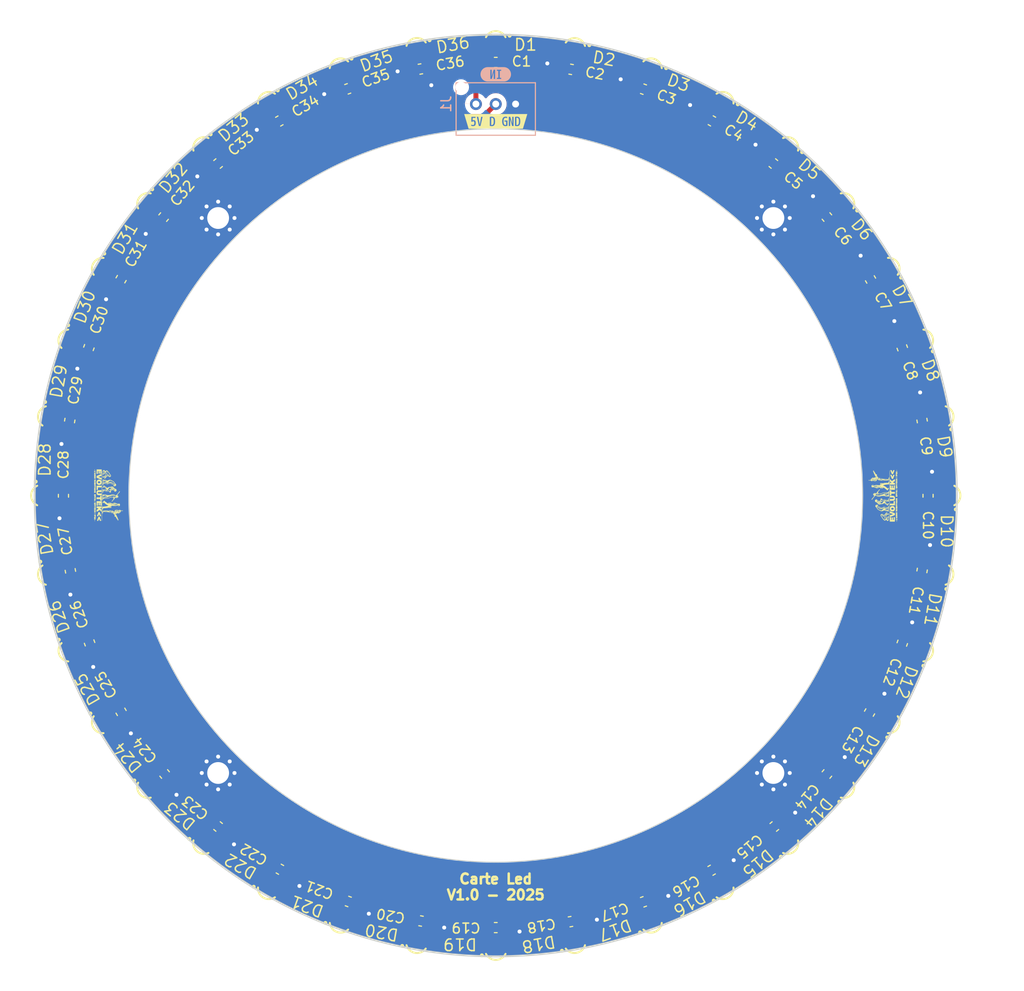
<source format=kicad_pcb>
(kicad_pcb (version 20221018) (generator pcbnew)
  (layers (0 "F.Cu" signal) (31 "B.Cu" signal) (34 "B.Paste" user) (35 "F.Paste" user) (36 "B.SilkS" user "B.Silkscreen") (37 "F.SilkS" user "F.Silkscreen") (38 "B.Mask" user) (39 "F.Mask" user) (44 "Edge.Cuts" user))
  (net 0 "")
  (net 1 "+5V")
  (net 2 "GND")
  (net 3 "Net-(D1-DOUT)")
  (net 4 "Net-(D1-DIN)")
  (net 5 "Net-(D2-DOUT)")
  (net 6 "Net-(D3-DOUT)")
  (net 7 "Net-(D4-DOUT)")
  (net 8 "Net-(D5-DOUT)")
  (net 9 "Net-(D6-DOUT)")
  (net 10 "Net-(D7-DOUT)")
  (net 11 "Net-(D8-DOUT)")
  (net 12 "Net-(D10-DIN)")
  (net 13 "Net-(D10-DOUT)")
  (net 14 "Net-(D11-DOUT)")
  (net 15 "Net-(D12-DOUT)")
  (net 16 "Net-(D13-DOUT)")
  (net 17 "Net-(D14-DOUT)")
  (net 18 "Net-(D15-DOUT)")
  (net 19 "Net-(D16-DOUT)")
  (net 20 "Net-(D17-DOUT)")
  (net 21 "Net-(D18-DOUT)")
  (net 22 "Net-(D19-DOUT)")
  (net 23 "Net-(D20-DOUT)")
  (net 24 "Net-(D21-DOUT)")
  (net 25 "Net-(D22-DOUT)")
  (net 26 "Net-(D23-DOUT)")
  (net 27 "Net-(D24-DOUT)")
  (net 28 "Net-(D25-DOUT)")
  (net 29 "Net-(D26-DOUT)")
  (net 30 "Net-(D27-DOUT)")
  (net 31 "Net-(D28-DOUT)")
  (net 32 "Net-(D29-DOUT)")
  (net 33 "Net-(D30-DOUT)")
  (net 34 "Net-(D31-DOUT)")
  (net 35 "Net-(D32-DOUT)")
  (net 36 "Net-(D33-DOUT)")
  (net 37 "Net-(D34-DOUT)")
  (net 38 "Net-(D35-DOUT)")
  (footprint "Capacitor_SMD:C_0603_1608Metric" (layer "F.Cu") (at 62.2125 121.82883 120)
    (fp_text reference "C25")
    (fp_text value "100nF")
  )
  (footprint "ComponentsEvo:1313210530000" (layer "F.Cu") (at 134.86 70.75 -50)
    (fp_text reference "D6")
    (fp_text value "1313210530000")
  )
  (footprint "Capacitor_SMD:C_0603_1608Metric" (layer "F.Cu") (at 133.4 128.1 -130)
    (fp_text reference "C14")
    (fp_text value "100nF")
  )
  (footprint "ComponentsEvo:1313210530000" (layer "F.Cu") (at 92.1 144.81 170)
    (fp_text reference "D20")
    (fp_text value "1313210530000")
  )
  (footprint "ComponentsEvo:1313210530000" (layer "F.Cu") (at 145.5 100 -90)
    (fp_text reference "D10")
    (fp_text value "1313210530000")
  )
  (footprint "ComponentsEvo:1313210530000" (layer "F.Cu") (at 57.24 84.44 70)
    (fp_text reference "D30")
    (fp_text value "1313210530000")
  )
  (footprint "Capacitor_SMD:C_0603_1608Metric" (layer "F.Cu") (at 143.6 100.025 -90)
    (fp_text reference "C10")
    (fp_text value "100nF")
  )
  (footprint "ComponentsEvo:1313210530000" (layer "F.Cu") (at 92.1 55.19 10)
    (fp_text reference "D36")
    (fp_text value "1313210530000")
  )
  (footprint "ComponentsEvo:1313210530000" (layer "F.Cu") (at 122.75 60.6 -30)
    (fp_text reference "D4")
    (fp_text value "1313210530000")
  )
  (footprint "Capacitor_SMD:C_0603_1608Metric" (layer "F.Cu") (at 78.17117 62.2125 30)
    (fp_text reference "C34")
    (fp_text value "100nF")
  )
  (footprint "Capacitor_SMD:C_0603_1608Metric" (layer "F.Cu") (at 57.1 107.6 100)
    (fp_text reference "C27")
    (fp_text value "100nF")
  )
  (footprint "ComponentsEvo:1313210530000" (layer "F.Cu") (at 77.25 60.6 30)
    (fp_text reference "D34")
    (fp_text value "1313210530000")
  )
  (footprint "Capacitor_SMD:C_0603_1608Metric" (layer "F.Cu") (at 100 56.3)
    (fp_text reference "C1")
    (fp_text value "100nF")
  )
  (footprint "kibuzzard-671BE04B" (layer "F.Cu") (at 100 62.25)
    (fp_text reference "kibuzzard-671BE04B" hide)
    (fp_text value "G***" hide)
  )
  (footprint "ComponentsEvo:1313210530000" (layer "F.Cu") (at 70.75 65.14 40)
    (fp_text reference "D33")
    (fp_text value "1313210530000")
  )
  (footprint "ComponentsEvo:1313210530000" (layer "F.Cu") (at 129.25 134.86 -140)
    (fp_text reference "D15")
    (fp_text value "1313210530000")
  )
  (footprint "Capacitor_SMD:C_0603_1608Metric" (layer "F.Cu") (at 143 92.436774 -80)
    (fp_text reference "C9")
    (fp_text value "100nF")
  )
  (footprint "Capacitor_SMD:C_0603_1608Metric" (layer "F.Cu") (at 66.5 71.906316 50)
    (fp_text reference "C32")
    (fp_text value "100nF")
  )
  (footprint "Capacitor_SMD:C_0603_1608Metric" (layer "F.Cu") (at 59.034934 114.871738 110)
    (fp_text reference "C26")
    (fp_text value "100nF")
  )
  (footprint "ComponentsEvo:1313210530000" (layer "F.Cu") (at 60.596 77.25 60)
    (fp_text reference "D31")
    (fp_text value "1313210530000")
  )
  (footprint "ComponentsEvo:1313210530000" (layer "F.Cu") (at 54.5 100 90)
    (fp_text reference "D28")
    (fp_text value "1313210530000")
  )
  (footprint "ComponentsEvo:1313210530000" (layer "F.Cu") (at 57.25 115.56 110)
    (fp_text reference "D26")
    (fp_text value "1313210530000")
  )
  (footprint "Capacitor_SMD:C_0603_1608Metric" (layer "F.Cu") (at 128 66.5 -40)
    (fp_text reference "C5")
    (fp_text value "100nF")
  )
  (footprint "ComponentsEvo:1313210530000" (layer "F.Cu") (at 65.14 70.75 50)
    (fp_text reference "D32")
    (fp_text value "1313210530000")
  )
  (footprint "ComponentsEvo:1313210530000" (layer "F.Cu") (at 55.19 92.1 80)
    (fp_text reference "D29")
    (fp_text value "1313210530000")
  )
  (footprint "ComponentsEvo:1313210530000" (layer "F.Cu") (at 134.86 129.25 -130)
    (fp_text reference "D14")
    (fp_text value "1313210530000")
  )
  (footprint "ComponentsEvo:1313210530000" (layer "F.Cu") (at 142.76 84.44 -70)
    (fp_text reference "D8")
    (fp_text value "1313210530000")
  )
  (footprint "Capacitor_SMD:C_0603_1608Metric" (layer "F.Cu") (at 56.4 100.025 90)
    (fp_text reference "C28")
    (fp_text value "100nF")
  )
  (footprint "Capacitor_SMD:C_0603_1608Metric" (layer "F.Cu") (at 143 107.563226 -100)
    (fp_text reference "C11")
    (fp_text value "100nF")
  )
  (footprint "ComponentsEvo:logo-evo-micro" (layer "F.Cu") (at 61 100 -90)
    (fp_text reference "G***" hide)
    (fp_text value "LOGO" hide)
  )
  (footprint "Capacitor_SMD:C_0603_1608Metric" (layer "F.Cu") (at 92.463226 142.934577 170)
    (fp_text reference "C20")
    (fp_text value "100nF")
  )
  (footprint "ComponentsEvo:1313210530000" (layer "F.Cu") (at 70.75 134.86 140)
    (fp_text reference "D23")
    (fp_text value "1313210530000")
  )
  (footprint "Capacitor_SMD:C_0603_1608Metric" (layer "F.Cu") (at 78.22883 137.7125 150)
    (fp_text reference "C22")
    (fp_text value "100nF")
  )
  (footprint "ComponentsEvo:1313210530000" (layer "F.Cu") (at 129.25 65.14 -40)
    (fp_text reference "D5")
    (fp_text value "1313210530000")
  )
  (footprint "Capacitor_SMD:C_0603_1608Metric" (layer "F.Cu") (at 71.993684 66.50184 40)
    (fp_text reference "C33")
    (fp_text value "100nF")
  )
  (footprint "ComponentsEvo:logo-evo-micro" (layer "F.Cu") (at 139 100 90)
    (fp_text reference "G***" hide)
    (fp_text value "LOGO" hide)
  )
  (footprint "ComponentsEvo:1313210530000" (layer "F.Cu") (at 144.8 107.9 -100)
    (fp_text reference "D11")
    (fp_text value "1313210530000")
  )
  (footprint "ComponentsEvo:1313210530000" (layer "F.Cu") (at 142.76 115.56 -110)
    (fp_text reference "D12")
    (fp_text value "1313210530000")
  )
  (footprint "ComponentsEvo:1313210530000" (layer "F.Cu") (at 107.9 144.81 -170)
    (fp_text reference "D18")
    (fp_text value "1313210530000")
  )
  (footprint "MountingHole:MountingHole_2.2mm_M2_Pad_Via" (layer "F.Cu") (at 128 72)
    (fp_text reference "H1" hide)
    (fp_text value "MountingHole_Pad")
  )
  (footprint "ComponentsEvo:1313210530000" (layer "F.Cu") (at 55.19 107.9 100)
    (fp_text reference "D27")
    (fp_text value "1313210530000")
  )
  (footprint "Capacitor_SMD:C_0603_1608Metric" (layer "F.Cu") (at 107.536774 143 -170)
    (fp_text reference "C18")
    (fp_text value "100nF")
  )
  (footprint "ComponentsEvo:1313210530000" (layer "F.Cu") (at 84.44 142.76 160)
    (fp_text reference "D21")
    (fp_text value "1313210530000")
  )
  (footprint "Capacitor_SMD:C_0603_1608Metric" (layer "F.Cu") (at 57.034577 92.436774 80)
    (fp_text reference "C29")
    (fp_text value "100nF")
  )
  (footprint "ComponentsEvo:1313210530000" (layer "F.Cu") (at 115.56 142.76 -160)
    (fp_text reference "D17")
    (fp_text value "1313210530000")
  )
  (footprint "Capacitor_SMD:C_0603_1608Metric" (layer "F.Cu") (at 141 85.1 -70)
    (fp_text reference "C8")
    (fp_text value "100nF")
  )
  (footprint "Capacitor_SMD:C_0603_1608Metric" (layer "F.Cu") (at 62.2125 78.17117 60)
    (fp_text reference "C31")
    (fp_text value "100nF")
  )
  (footprint "MountingHole:MountingHole_2.2mm_M2_Pad_Via" (layer "F.Cu") (at 72 72)
    (fp_text reference "H4" hide)
    (fp_text value "MountingHole_Pad")
  )
  (footprint "Capacitor_SMD:C_0603_1608Metric" (layer "F.Cu") (at 114.9 141 -160)
    (fp_text reference "C17")
    (fp_text value "100nF")
  )
  (footprint "ComponentsEvo:1313210530000" (layer "F.Cu") (at 65.14 129.25 130)
    (fp_text reference "D24")
    (fp_text value "1313210530000")
  )
  (footprint "ComponentsEvo:1313210530000" (layer "F.Cu") (at 100 145.5 180)
    (fp_text reference "D19")
    (fp_text value "1313210530000")
  )
  (footprint "ComponentsEvo:1313210530000" (layer "F.Cu") (at 77.25 139.4 150)
    (fp_text reference "D22")
    (fp_text value "1313210530000")
  )
  (footprint "ComponentsEvo:1313210530000" (layer "F.Cu") (at 107.9 55.2 -10)
    (fp_text reference "D2")
    (fp_text value "1313210530000")
  )
  (footprint "Capacitor_SMD:C_0603_1608Metric" (layer "F.Cu") (at 107.6 57 -10)
    (fp_text reference "C2")
    (fp_text value "100nF")
  )
  (footprint "Capacitor_SMD:C_0603_1608Metric" (layer "F.Cu") (at 121.77117 137.8125 -150)
    (fp_text reference "C16")
    (fp_text value "100nF")
  )
  (footprint "Capacitor_SMD:C_0603_1608Metric" (layer "F.Cu") (at 114.9 59 -20)
    (fp_text reference "C3")
    (fp_text value "100nF")
  )
  (footprint "Capacitor_SMD:C_0603_1608Metric" (layer "F.Cu") (at 85.071738 58.965066 20)
    (fp_text reference "C35")
    (fp_text value "100nF")
  )
  (footprint "Capacitor_SMD:C_0603_1608Metric" (layer "F.Cu") (at 92.4 56.965423 10)
    (fp_text reference "C36")
    (fp_text value "100nF")
  )
  (footprint "Capacitor_SMD:C_0603_1608Metric" (layer "F.Cu") (at 128.093684 133.40184 -140)
    (fp_text reference "C15")
    (fp_text value "100nF")
  )
  (footprint "Capacitor_SMD:C_0603_1608Metric" (layer "F.Cu") (at 100 143.6 180)
    (fp_text reference "C19")
    (fp_text value "100nF")
  )
  (footprint "MountingHole:MountingHole_2.2mm_M2_Pad_Via" (layer "F.Cu") (at 72 128)
    (fp_text reference "H3" hide)
    (fp_text value "MountingHole_Pad")
  )
  (footprint "Capacitor_SMD:C_0603_1608Metric" (layer "F.Cu") (at 133.4 71.9 -50)
    (fp_text reference "C6")
    (fp_text value "100nF")
  )
  (footprint "Capacitor_SMD:C_0603_1608Metric" (layer "F.Cu") (at 71.993684 133.39816 140)
    (fp_text reference "C23")
    (fp_text value "100nF")
  )
  (footprint "Capacitor_SMD:C_0603_1608Metric" (layer "F.Cu") (at 85.128262 140.965066 160)
    (fp_text reference "C21")
    (fp_text value "100nF")
  )
  (footprint "Capacitor_SMD:C_0603_1608Metric" (layer "F.Cu") (at 58.965066 85.071738 70)
    (fp_text reference "C30")
    (fp_text value "100nF")
  )
  (footprint "Capacitor_SMD:C_0603_1608Metric" (layer "F.Cu") (at 137.7 121.9 -120)
    (fp_text reference "C13")
    (fp_text value "100nF")
  )
  (footprint "Capacitor_SMD:C_0603_1608Metric" (layer "F.Cu") (at 121.8 62.2 -30)
    (fp_text reference "C4")
    (fp_text value "100nF")
  )
  (footprint "ComponentsEvo:1313210530000" (layer "F.Cu") (at 115.56 57.24 -20)
    (fp_text reference "D3")
    (fp_text value "1313210530000")
  )
  (footprint "ComponentsEvo:1313210530000" (layer "F.Cu") (at 84.44 57.24 20)
    (fp_text reference "D35")
    (fp_text value "1313210530000")
  )
  (footprint "ComponentsEvo:1313210530000" (layer "F.Cu") (at 100 54.5)
    (fp_text reference "D1")
    (fp_text value "1313210530000")
  )
  (footprint "Capacitor_SMD:C_0603_1608Metric" (layer "F.Cu") (at 137.8 78.2 -60)
    (fp_text reference "C7")
    (fp_text value "100nF")
  )
  (footprint "ComponentsEvo:1313210530000" (layer "F.Cu") (at 122.75 139.4 -150)
    (fp_text reference "D16")
    (fp_text value "1313210530000")
  )
  (footprint "Capacitor_SMD:C_0603_1608Metric" (layer "F.Cu") (at 66.6 128.1 130)
    (fp_text reference "C24")
    (fp_text value "100nF")
  )
  (footprint "ComponentsEvo:1313210530000" (layer "F.Cu") (at 139.4 122.75 -120)
    (fp_text reference "D13")
    (fp_text value "1313210530000")
  )
  (footprint "ComponentsEvo:1313210530000" (layer "F.Cu") (at 60.596 122.75 120)
    (fp_text reference "D25")
    (fp_text value "1313210530000")
  )
  (footprint "MountingHole:MountingHole_2.2mm_M2_Pad_Via" (layer "F.Cu") (at 128 128)
    (fp_text reference "H2" hide)
    (fp_text value "MountingHole_Pad")
  )
  (footprint "Capacitor_SMD:C_0603_1608Metric" (layer "F.Cu") (at 141 114.9 -110)
    (fp_text reference "C12")
    (fp_text value "100nF")
  )
  (footprint "ComponentsEvo:1313210530000" (layer "F.Cu") (at 144.81 92.1 -80)
    (fp_text reference "D9")
    (fp_text value "1313210530000")
  )
  (footprint "ComponentsEvo:1313210530000" (layer "F.Cu") (at 139.4 77.25 -60)
    (fp_text reference "D7")
    (fp_text value "1313210530000")
  )
  (footprint "kibuzzard-671BE0FE" (layer "B.Cu") (at 100 57.5 180)
    (fp_text reference "kibuzzard-671BE0FE" hide)
    (fp_text value "G***" hide)
  )
  (footprint "ConnectorsEvo:B03B-PASK" (layer "B.Cu") (at 100 60.5 180)
    (fp_text reference "J1")
    (fp_text value "IN")
  )
  (gr_circle (center 100 100) (end 146.5 100) (stroke (width 0.2)) (fill none) (layer "Edge.Cuts"))
  (gr_circle (center 100 100) (end 137 100) (stroke (width 0.1)) (fill none) (layer "Edge.Cuts"))
  (gr_text "Carte Led\nV1.0 - 2025" (at 100 139.5) (layer "F.SilkS") (effects (font (size 1 1) (thickness 0.25) bold)))
  (segment (start 59.2 115.5) (end 58.5 115.5) (width 0.5) (layer "F.Cu") (net 1))
  (segment (start 57.234577 108.363226) (end 57.418977 108.363226) (width 0.5) (layer "F.Cu") (net 1))
  (segment (start 72.307596 133.89632) (end 72.587368 133.89632) (width 0.5) (layer "F.Cu") (net 1))
  (segment (start 60.652458 77.802211) (end 60.784871 77.802211) (width 0.5) (layer "F.Cu") (net 1))
  (segment (start 128.687368 132.90368) (end 128.687368 131.687368) (width 0.5) (layer "F.Cu") (net 1))
  (segment (start 71.4 67.9) (end 71.726493 68.226493) (width 0.5) (layer "F.Cu") (net 1))
  (segment (start 57.391491 84.974018) (end 57.874018 84.974018) (width 0.5) (layer "F.Cu") (net 1))
  (segment (start 122.44234 138.358671) (end 122.977211 138.893542) (width 0.5) (layer "F.Cu") (net 1))
  (segment (start 120.6875 61.8125) (end 120.049339 62.450661) (width 0.5) (layer "F.Cu") (net 1))
  (segment (start 84.974018 142.112638) (end 85.856524 141.230132) (width 0.5) (layer "F.Cu") (net 1))
  (segment (start 137.44133 77.5) (end 137.4125 77.52883) (width 0.5) (layer "F.Cu") (net 1))
  (segment (start 77.5 62.6) (end 77.910482 63.010482) (width 0.5) (layer "F.Cu") (net 1))
  (segment (start 92.599599 143.696007) (end 93.226452 143.069154) (width 0.5) (layer "F.Cu") (net 1))
  (segment (start 77.022789 61.106458) (end 77.5 61.583669) (width 0.5) (layer "F.Cu") (net 1))
  (segment (start 133.89816 127.952238) (end 133.89816 127.506316) (width 0.5) (layer "F.Cu") (net 1))
  (segment (start 62.6 122.5) (end 63.5 122.5) (width 0.5) (layer "F.Cu") (net 1))
  (segment (start 138.416331 77.5) (end 137.44133 77.5) (width 0.5) (layer "F.Cu") (net 1))
  (segment (start 100.900682 143.6) (end 102 142.500682) (width 0.5) (layer "F.Cu") (net 1))
  (segment (start 116 139.435783) (end 116 140.363196) (width 0.5) (layer "F.Cu") (net 1))
  (segment (start 141.603378 84.5) (end 140.863196 84.5) (width 0.5) (layer "F.Cu") (net 1))
  (segment (start 127.406316 66.00184) (end 127.794244 66.00184) (width 0.5) (layer "F.Cu") (net 1))
  (segment (start 93.226452 142.890327) (end 94 142.116779) (width 0.5) (layer "F.Cu") (net 1))
  (segment (start 59.7 116) (end 60.605098 116) (width 0.5) (layer "F.Cu") (net 1))
  (segment (start 93.226452 143.069154) (end 93.226452 142.890327) (width 0.5) (layer "F.Cu") (net 1))
  (segment (start 56.4 100.871896) (end 57.528104 102) (width 0.5) (layer "F.Cu") (net 1))
  (segment (start 65.678219 129.385814) (end 66.370349 128.693684) (width 0.5) (layer "F.Cu") (net 1))
  (segment (start 142.300691 84.128295) (end 141.975083 84.128295) (width 0.5) (layer "F.Cu") (net 1))
  (segment (start 84.128295 57.699309) (end 84.128295 58.128295) (width 0.5) (layer "F.Cu") (net 1))
  (segment (start 109 141.590148) (end 109 142.165423) (width 0.5) (layer "F.Cu") (net 1))
  (segment (start 60.784871 77.802211) (end 61.825 78.84234) (width 0.5) (layer "F.Cu") (net 1))
  (segment (start 98 58.5) (end 99.046546 57.453454) (width 0.5) (layer "F.Cu") (net 1))
  (segment (start 73.60368 133.89632) (end 73.912694 133.587306) (width 0.5) (layer "F.Cu") (net 1))
  (segment (start 139.056459 122.197789) (end 138.0875 121.22883) (width 0.5) (layer "F.Cu") (net 1))
  (segment (start 54.825 100.45) (end 56.05 100.45) (width 0.5) (layer "F.Cu") (net 1))
  (segment (start 144.558079 107.400401) (end 143.734978 107.400401) (width 0.5) (layer "F.Cu") (net 1))
  (segment (start 142.85 98.5) (end 143.6 99.25) (width 0.5) (layer "F.Cu") (net 1))
  (segment (start 84.128295 58.128295) (end 84.5 58.5) (width 0.5) (layer "F.Cu") (net 1))
  (segment (start 57.874018 84.974018) (end 58.7 85.8) (width 0.5) (layer "F.Cu") (net 1))
  (segment (start 99.55 55.975) (end 99.55 54.825) (width 0.5) (layer "F.Cu") (net 1))
  (segment (start 143.134577 106.8) (end 143.134577 106.411957) (width 0.5) (layer "F.Cu") (net 1))
  (segment (start 57.418977 108.363226) (end 58.555751 109.5) (width 0.5) (layer "F.Cu") (net 1))
  (segment (start 71.303626 134.90029) (end 72.307596 133.89632) (width 0.5) (layer "F.Cu") (net 1))
  (segment (start 65.09971 71.303626) (end 66.00184 72.205756) (width 0.5) (layer "F.Cu") (net 1))
  (segment (start 68.306316 128.693684) (end 68.467886 128.532114) (width 0.5) (layer "F.Cu") (net 1))
  (segment (start 128.687368 133.623335) (end 128.687368 132.90368) (width 0.5) (layer "F.Cu") (net 1))
  (segment (start 88.916731 58.952357) (end 90.797643 58.952357) (width 0.5) (layer "F.Cu") (net 1))
  (segment (start 116 140.363196) (end 115.628262 140.734934) (width 0.5) (layer "F.Cu") (net 1))
  (segment (start 115.628262 142.057248) (end 115.871705 142.300691) (width 0.5) (layer "F.Cu") (net 1))
  (segment (start 138.0875 121.0875) (end 137.379991 120.379991) (width 0.5) (layer "F.Cu") (net 1))
  (segment (start 61.579669 122.5) (end 61.102458 122.977211) (width 0.5) (layer "F.Cu") (net 1))
  (segment (start 98 60.5) (end 98 58.5) (width 0.5) (layer "F.Cu") (net 1))
  (segment (start 61.825 79.325) (end 62.482117 79.982117) (width 0.5) (layer "F.Cu") (net 1))
  (segment (start 141.617991 91) (end 142.191875 91) (width 0.5) (layer "F.Cu") (net 1))
  (segment (start 99.300937 56.375937) (end 99.225 56.3) (width 0.5) (layer "F.Cu") (net 1))
  (segment (start 137.4125 77.52883) (end 137.293562 77.409892) (width 0.5) (layer "F.Cu") (net 1))
  (segment (start 134.73315 128.529234) (end 134.475156 128.529234) (width 0.5) (layer "F.Cu") (net 1))
  (segment (start 138.0875 121.22883) (end 138.0875 121.0875) (width 0.5) (layer "F.Cu") (net 1))
  (segment (start 77.802211 139.197789) (end 78.9 138.1) (width 0.5) (layer "F.Cu") (net 1))
  (segment (start 143.134577 106.411957) (end 142.22262 105.5) (width 0.5) (layer "F.Cu") (net 1))
  (segment (start 84.974018 142.608509) (end 84.974018 142.112638) (width 0.5) (layer "F.Cu") (net 1))
  (segment (start 143.734978 107.400401) (end 143.134577 106.8) (width 0.5) (layer "F.Cu") (net 1))
  (segment (start 141.975083 84.128295) (end 141.603378 84.5) (width 0.5) (layer "F.Cu") (net 1))
  (segment (start 99.046546 57.453454) (end 99.300937 57.453454) (width 0.5) (layer "F.Cu") (net 1))
  (segment (start 62.6 122.5) (end 61.579669 122.5) (width 0.5) (layer "F.Cu") (net 1))
  (segment (start 131.693684 71.306316) (end 131.567193 71.432807) (width 0.5) (layer "F.Cu") (net 1))
  (segment (start 66.00184 73.50184) (end 66.413268 73.913268) (width 0.5) (layer "F.Cu") (net 1))
  (segment (start 91.636774 57.263226) (end 91.636774 57.1) (width 0.5) (layer "F.Cu") (net 1))
  (segment (start 66.370349 128.693684) (end 67.09816 128.693684) (width 0.5) (layer "F.Cu") (net 1))
  (segment (start 106.5 57.941913) (end 106.5 57.202197) (width 0.5) (layer "F.Cu") (net 1))
  (segment (start 100.45 145.175) (end 100.45 143.925) (width 0.5) (layer "F.Cu") (net 1))
  (segment (start 133.89816 127.506316) (end 133.89816 126.89816) (width 0.5) (layer "F.Cu") (net 1))
  (segment (start 84.5 59.073608) (end 84.343476 59.230132) (width 0.5) (layer "F.Cu") (net 1))
  (segment (start 115.025982 57.677354) (end 114.171738 58.531598) (width 0.5) (layer "F.Cu") (net 1))
  (segment (start 142.905147 91.713272) (end 142.865423 91.673548) (width 0.5) (layer "F.Cu") (net 1))
  (segment (start 129.385814 134.321781) (end 128.687368 133.623335) (width 0.5) (layer "F.Cu") (net 1))
  (segment (start 99.300937 57.453454) (end 99.300937 56.375937) (width 0.5) (layer "F.Cu") (net 1))
  (segment (start 142.553676 98.5) (end 142.85 98.5) (width 0.5) (layer "F.Cu") (net 1))
  (segment (start 133.629651 71.306316) (end 132.90184 71.306316) (width 0.5) (layer "F.Cu") (net 1))
  (segment (start 114.171738 58.734934) (end 114.131234 58.734934) (width 0.5) (layer "F.Cu") (net 1))
  (segment (start 133.89816 126.89816) (end 133.398377 126.398377) (width 0.5) (layer "F.Cu") (net 1))
  (segment (start 127.794244 66.00184) (end 128.696374 65.09971) (width 0.5) (layer "F.Cu") (net 1))
  (segment (start 91.5 58.25) (end 91.5 57.236774) (width 0.5) (layer "F.Cu") (net 1))
  (segment (start 77.910482 63.010482) (end 77.910482 63.489972) (width 0.5) (layer "F.Cu") (net 1))
  (segment (start 78.9 138.1) (end 79.4 138.1) (width 0.5) (layer "F.Cu") (net 1))
  (segment (start 142.191875 91) (end 142.865423 91.673548) (width 0.5) (layer "F.Cu") (net 1))
  (segment (start 122.44234 137.425) (end 122.44234 136.44234) (width 0.5) (layer "F.Cu") (net 1))
  (segment (start 92.599599 144.568079) (end 92.599599 143.696007) (width 0.5) (layer "F.Cu") (net 1))
  (segment (start 141.265066 114.171738) (end 141.052244 114.171738) (width 0.5) (layer "F.Cu") (net 1))
  (segment (start 142.608509 115.025982) (end 142.11931 115.025982) (width 0.5) (layer "F.Cu") (net 1))
  (segment (start 58.128295 115.871705) (end 57.709309 115.871705) (width 0.5) (layer "F.Cu") (net 1))
  (segment (start 145.175 99.55) (end 143.9 99.55) (width 0.5) (layer "F.Cu") (net 1))
  (segment (start 86.271807 141.230132) (end 87 140.501939) (width 0.5) (layer "F.Cu") (net 1))
  (segment (start 100.45 143.925) (end 100.775 143.6) (width 0.5) (layer "F.Cu") (net 1))
  (segment (start 126.99816 66.00184) (end 126.398065 66.601935) (width 0.5) (layer "F.Cu") (net 1))
  (segment (start 56.299599 92.599599) (end 56.9 93.2) (width 0.5) (layer "F.Cu") (net 1))
  (segment (start 56.9 93.562538) (end 57.837462 94.5) (width 0.5) (layer "F.Cu") (net 1))
  (segment (start 144.411796 91.713272) (end 142.905147 91.713272) (width 0.5) (layer "F.Cu") (net 1))
  (segment (start 139.343542 122.197789) (end 139.056459 122.197789) (width 0.5) (layer "F.Cu") (net 1))
  (segment (start 132.90184 71.306316) (end 131.693684 71.306316) (width 0.5) (layer "F.Cu") (net 1))
  (segment (start 134.90029 128.696374) (end 134.73315 128.529234) (width 0.5) (layer "F.Cu") (net 1))
  (segment (start 79.4 138.1) (end 79.97611 137.52389) (width 0.5) (layer "F.Cu") (net 1))
  (segment (start 85.856524 141.230132) (end 86.271807 141.230132) (width 0.5) (layer "F.Cu") (net 1))
  (segment (start 66.00184 72.205756) (end 66.00184 72.5) (width 0.5) (layer "F.Cu") (net 1))
  (segment (start 91.713272 57.023502) (end 91.636774 57.1) (width 0.5) (layer "F.Cu") (net 1))
  (segment (start 70.614186 65.678219) (end 71.4 66.464033) (width 0.5) (layer "F.Cu") (net 1))
  (segment (start 77.802211 139.343542) (end 77.802211 139.197789) (width 0.5) (layer "F.Cu") (net 1))
  (segment (start 100.775 143.6) (end 100.900682 143.6) (width 0.5) (layer "F.Cu") (net 1))
  (segment (start 140.863196 84.5) (end 140.734934 84.371738) (width 0.5) (layer "F.Cu") (net 1))
  (segment (start 67.09816 128.693684) (end 68.306316 128.693684) (width 0.5) (layer "F.Cu") (net 1))
  (segment (start 59.3 115.6) (end 59.7 116) (width 0.5) (layer "F.Cu") (net 1))
  (segment (start 143.9 99.55) (end 143.6 99.25) (width 0.5) (layer "F.Cu") (net 1))
  (segment (start 57.158079 108.286728) (end 57.234577 108.363226) (width 0.5) (layer "F.Cu") (net 1))
  (segment (start 134.475156 128.529234) (end 133.89816 127.952238) (width 0.5) (layer "F.Cu") (net 1))
  (segment (start 56.9 93.2) (end 56.9 93.562538) (width 0.5) (layer "F.Cu") (net 1))
  (segment (start 91.5 57.236774) (end 91.636774 57.1) (width 0.5) (layer "F.Cu") (net 1))
  (segment (start 142.11931 115.025982) (end 141.265066 114.171738) (width 0.5) (layer "F.Cu") (net 1))
  (segment (start 114.131234 58.734934) (end 113.25 59.616168) (width 0.5) (layer "F.Cu") (net 1))
  (segment (start 137.293562 77.409892) (end 136.090108 77.409892) (width 0.5) (layer "F.Cu") (net 1))
  (segment (start 56.05 100.45) (end 56.4 100.8) (width 0.5) (layer "F.Cu") (net 1))
  (segment (start 84 60.61187) (end 84 59.573608) (width 0.5) (layer "F.Cu") (net 1))
  (segment (start 122.197789 60.743541) (end 121.12883 61.8125) (width 0.5) (layer "F.Cu") (net 1))
  (segment (start 55.431921 92.599599) (end 56.299599 92.599599) (width 0.5) (layer "F.Cu") (net 1))
  (segment (start 140.363196 84) (end 140.734934 84.371738) (width 0.5) (layer "F.Cu") (net 1))
  (segment (start 99.225 56.3) (end 99.55 55.975) (width 0.5) (layer "F.Cu") (net 1))
  (segment (start 127.406316 66.00184) (end 126.99816 66.00184) (width 0.5) (layer "F.Cu") (net 1))
  (segment (start 121.12883 61.8125) (end 120.6875 61.8125) (width 0.5) (layer "F.Cu") (net 1))
  (segment (start 109 142.165423) (end 108.3 142.865423) (width 0.5) (layer "F.Cu") (net 1))
  (segment (start 55.588204 108.286728) (end 57.158079 108.286728) (width 0.5) (layer "F.Cu") (net 1))
  (segment (start 56.4 100.8) (end 56.4 100.871896) (width 0.5) (layer "F.Cu") (net 1))
  (segment (start 66.00184 72.5) (end 66.00184 73.50184) (width 0.5) (layer "F.Cu") (net 1))
  (segment (start 122.197789 60.656458) (end 122.197789 60.743541) (width 0.5) (layer "F.Cu") (net 1))
  (segment (start 115.628262 140.734934) (end 115.628262 142.057248) (width 0.5) (layer "F.Cu") (net 1))
  (segment (start 84.5 58.5) (end 84.5 59.073608) (width 0.5) (layer "F.Cu") (net 1))
  (segment (start 106.5 57.202197) (end 106.836774 56.865423) (width 0.5) (layer "F.Cu") (net 1))
  (segment (start 108.286728 144.411796) (end 108.286728 142.878695) (width 0.5) (layer "F.Cu") (net 1))
  (segment (start 71.4 67) (end 71.4 67.9) (width 0.5) (layer "F.Cu") (net 1))
  (segment (start 122.44234 137.425) (end 122.44234 138.358671) (width 0.5) (layer "F.Cu") (net 1))
  (segment (start 138.893542 77.022789) (end 138.416331 77.5) (width 0.5) (layer "F.Cu") (net 1))
  (segment (start 71.4 66.464033) (end 71.4 67) (width 0.5) (layer "F.Cu") (net 1))
  (segment (start 91.713272 55.588204) (end 91.713272 57.023502) (width 0.5) (layer "F.Cu") (net 1))
  (segment (start 108.286728 142.878695) (end 108.3 142.865423) (width 0.5) (layer "F.Cu") (net 1))
  (segment (start 90.797643 58.952357) (end 91.5 58.25) (width 0.5) (layer "F.Cu") (net 1))
  (segment (start 122.44234 136.44234) (end 122.271006 136.271006) (width 0.5) (layer "F.Cu") (net 1))
  (segment (start 58.7 85.8) (end 58.7 86.185561) (width 0.5) (layer "F.Cu") (net 1))
  (segment (start 59.3 115.6) (end 59.2 115.5) (width 0.5) (layer "F.Cu") (net 1))
  (segment (start 58.7 86.185561) (end 59.514439 87) (width 0.5) (layer "F.Cu") (net 1))
  (segment (start 107.400401 55.441921) (end 107.400401 56.301796) (width 0.5) (layer "F.Cu") (net 1))
  (segment (start 107.400401 56.301796) (end 106.836774 56.865423) (width 0.5) (layer "F.Cu") (net 1))
  (segment (start 72.587368 133.89632) (end 73.60368 133.89632) (width 0.5) (layer "F.Cu") (net 1))
  (segment (start 128.687368 131.687368) (end 128.562415 131.562415) (width 0.5) (layer "F.Cu") (net 1))
  (segment (start 115.025982 57.391491) (end 115.025982 57.677354) (width 0.5) (layer "F.Cu") (net 1))
  (segment (start 141.052244 114.171738) (end 140.380506 113.5) (width 0.5) (layer "F.Cu") (net 1))
  (segment (start 63.5 122.5) (end 63.758678 122.241322) (width 0.5) (layer "F.Cu") (net 1))
  (segment (start 139.458474 84) (end 140.363196 84) (width 0.5) (layer "F.Cu") (net 1))
  (segment (start 84 59.573608) (end 84.343476 59.230132) (width 0.5) (layer "F.Cu") (net 1))
  (segment (start 114.171738 58.531598) (end 114.171738 58.734934) (width 0.5) (layer "F.Cu") (net 1))
  (segment (start 77.5 61.583669) (end 77.5 62.6) (width 0.5) (layer "F.Cu") (net 1))
  (segment (start 58.5 115.5) (end 58.128295 115.871705) (width 0.5) (layer "F.Cu") (net 1))
  (segment (start 134.321781 70.614186) (end 133.629651 71.306316) (width 0.5) (layer "F.Cu") (net 1))
  (segment (start 61.825 78.84234) (end 61.825 79.325) (width 0.5) (layer "F.Cu") (net 1))
  (arc (start 99.1 57.5) (mid 105.989467 142.085208) (end 88.916731 58.952357) (width 0.5) (layer "F.Cu") (net 1))
  (segment (start 65.678219 70.614186) (end 66.376665 71.312632) (width 0.5) (layer "F.Cu") (net 2))
  (segment (start 115.5 58.193285) (end 115.5 59.136804) (width 0.5) (layer "F.Cu") (net 2))
  (segment (start 137.38367 122.5) (end 137.3125 122.57117) (width 0.5) (layer "F.Cu") (net 2))
  (segment (start 122.5 61.583669) (end 122.5 62.55867) (width 0.5) (layer "F.Cu") (net 2))
  (segment (start 134.321781 129.385814) (end 133.629651 128.693684) (width 0.5) (layer "F.Cu") (net 2))
  (segment (start 61.579669 77.5) (end 62.6 77.5) (width 0.5) (layer "F.Cu") (net 2))
  (segment (start 66.376665 71.312632) (end 66.99816 71.312632) (width 0.5) (layer "F.Cu") (net 2))
  (segment (start 134.90029 71.303626) (end 134.73315 71.470766) (width 0.5) (layer "F.Cu") (net 2))
  (segment (start 115.871705 57.699309) (end 115.871705 57.82158) (width 0.5) (layer "F.Cu") (net 2))
  (segment (start 133.89816 72.047762) (end 133.89816 72.493684) (width 0.5) (layer "F.Cu") (net 2))
  (segment (start 84.974018 57.874018) (end 85.8 58.7) (width 0.5) (layer "F.Cu") (net 2))
  (segment (start 99.55 143.925) (end 99.225 143.6) (width 0.5) (layer "F.Cu") (net 2))
  (segment (start 91.713272 144.411796) (end 91.713272 142.813272) (width 0.5) (layer "F.Cu") (net 2))
  (segment (start 99.55 145.175) (end 99.55 143.925) (width 0.5) (layer "F.Cu") (net 2))
  (segment (start 138.845931 122.977211) (end 138.36872 122.5) (width 0.5) (layer "F.Cu") (net 2))
  (segment (start 84.5 141.596707) (end 84.5 140.8) (width 0.5) (layer "F.Cu") (net 2))
  (segment (start 138.893542 122.977211) (end 138.845931 122.977211) (width 0.5) (layer "F.Cu") (net 2))
  (segment (start 143.734978 92.599599) (end 143.134577 93.2) (width 0.5) (layer "F.Cu") (net 2))
  (segment (start 58.018245 84.128295) (end 58.38995 84.5) (width 0.5) (layer "F.Cu") (net 2))
  (segment (start 71.4 133.535967) (end 71.4 132.9) (width 0.5) (layer "F.Cu") (net 2))
  (segment (start 72.207596 66.00368) (end 72.587368 66.00368) (width 0.5) (layer "F.Cu") (net 2))
  (segment (start 114.928262 141.928262) (end 114.928262 142.510789) (width 0.5) (layer "F.Cu") (net 2))
  (segment (start 77.802211 60.802211) (end 78.825 61.825) (width 0.5) (layer "F.Cu") (net 2))
  (segment (start 84.128295 141.968412) (end 84.5 141.596707) (width 0.5) (layer "F.Cu") (net 2))
  (segment (start 92.599599 56.267219) (end 93.163226 56.830846) (width 0.5) (layer "F.Cu") (net 2))
  (segment (start 121.1 138.2) (end 121.1 138.245753) (width 0.5) (layer "F.Cu") (net 2))
  (segment (start 57.887362 115.025982) (end 58.769868 114.143476) (width 0.5) (layer "F.Cu") (net 2))
  (segment (start 71.303626 65.09971) (end 72.207596 66.00368) (width 0.5) (layer "F.Cu") (net 2))
  (segment (start 115.5 59.136804) (end 115.628262 59.265066) (width 0.5) (layer "F.Cu") (net 2))
  (segment (start 108.286728 55.598204) (end 108.286728 57.058079) (width 0.5) (layer "F.Cu") (net 2))
  (segment (start 128.696374 134.90029) (end 128.696374 134.896374) (width 0.5) (layer "F.Cu") (net 2))
  (segment (start 142.300691 115.871705) (end 141.975084 115.871705) (width 0.5) (layer "F.Cu") (net 2))
  (segment (start 66.10184 127.694244) (end 65.09971 128.696374) (width 0.5) (layer "F.Cu") (net 2))
  (segment (start 57.699309 84.128295) (end 58.018245 84.128295) (width 0.5) (layer "F.Cu") (net 2))
  (segment (start 140.863196 115.5) (end 140.734934 115.628262) (width 0.5) (layer "F.Cu") (net 2))
  (segment (start 142.11931 84.974018) (end 141.265066 85.828262) (width 0.5) (layer "F.Cu") (net 2))
  (segment (start 127.7 133.9) (end 127.5 133.9) (width 0.5) (layer "F.Cu") (net 2))
  (segment (start 121.1 138.245753) (end 122.197789 139.343542) (width 0.5) (layer "F.Cu") (net 2))
  (segment (start 114.171738 141.265066) (end 114.265066 141.265066) (width 0.5) (layer "F.Cu") (net 2))
  (segment (start 60.784871 122.197789) (end 61.825 121.15766) (width 0.5) (layer "F.Cu") (net 2))
  (segment (start 114.265066 141.265066) (end 114.928262 141.928262) (width 0.5) (layer "F.Cu") (net 2))
  (segment (start 56.1 99.55) (end 56.4 99.25) (width 0.5) (layer "F.Cu") (net 2))
  (segment (start 144.401796 108.286728) (end 142.905147 108.286728) (width 0.5) (layer "F.Cu") (net 2))
  (segment (start 139.343542 77.802211) (end 139.256459 77.802211) (width 0.5) (layer "F.Cu") (net 2))
  (segment (start 61.102458 77.022789) (end 61.579669 77.5) (width 0.5) (layer "F.Cu") (net 2))
  (segment (start 55.431921 107.400401) (end 56.401796 107.400401) (width 0.5) (layer "F.Cu") (net 2))
  (segment (start 138.36872 122.5) (end 137.38367 122.5) (width 0.5) (layer "F.Cu") (net 2))
  (segment (start 141.975084 115.871705) (end 141.603379 115.5) (width 0.5) (layer "F.Cu") (net 2))
  (segment (start 58.38995 84.5) (end 59.073608 84.5) (width 0.5) (layer "F.Cu") (net 2))
  (segment (start 133.629651 128.693684) (end 132.90184 128.693684) (width 0.5) (layer "F.Cu") (net 2))
  (segment (start 114.928262 142.510789) (end 115.025982 142.608509) (width 0.5) (layer "F.Cu") (net 2))
  (segment (start 122.977211 61.106458) (end 122.5 61.583669) (width 0.5) (layer "F.Cu") (net 2))
  (segment (start 70.614186 134.321781) (end 71.4 133.535967) (width 0.5) (layer "F.Cu") (net 2))
  (segment (start 91.713272 142.813272) (end 91.7 142.8) (width 0.5) (layer "F.Cu") (net 2))
  (segment (start 100.45 54.825) (end 100.45 55.975) (width 0.5) (layer "F.Cu") (net 2))
  (segment (start 128.696374 134.896374) (end 127.7 133.9) (width 0.5) (layer "F.Cu") (net 2))
  (segment (start 141.603379 115.5) (end 140.863196 115.5) (width 0.5) (layer "F.Cu") (net 2))
  (segment (start 142.905147 108.286728) (end 142.865423 108.326452) (width 0.5) (layer "F.Cu") (net 2))
  (segment (start 107.400401 144.568079) (end 107.400401 143.76143) (width 0.5) (layer "F.Cu") (net 2))
  (segment (start 139.256459 77.802211) (end 138.1875 78.87117) (width 0.5) (layer "F.Cu") (net 2))
  (segment (start 84.5 140.8) (end 84.4 140.7) (width 0.5) (layer "F.Cu") (net 2))
  (segment (start 100.45 55.975) (end 100.775 56.3) (width 0.5) (layer "F.Cu") (net 2))
  (segment (start 134.73315 71.470766) (end 134.475156 71.470766) (width 0.5) (layer "F.Cu") (net 2))
  (segment (start 84.974018 57.391491) (end 84.974018 57.874018) (width 0.5) (layer "F.Cu") (net 2))
  (segment (start 78.825 61.825) (end 78.84234 61.825) (width 0.5) (layer "F.Cu") (net 2))
  (segment (start 77.802211 60.656458) (end 77.802211 60.802211) (width 0.5) (layer "F.Cu") (net 2))
  (segment (start 134.475156 71.470766) (end 133.89816 72.047762) (width 0.5) (layer "F.Cu") (net 2))
  (segment (start 122.5 62.55867) (end 122.47117 62.5875) (width 0.5) (layer "F.Cu") (net 2))
  (segment (start 77.55766 137.325) (end 77.55766 138.358671) (width 0.5) (layer "F.Cu") (net 2))
  (segment (start 54.825 99.55) (end 56.1 99.55) (width 0.5) (layer "F.Cu") (net 2))
  (segment (start 129.385814 65.678219) (end 128.593684 66.470349) (width 0.5) (layer "F.Cu") (net 2))
  (segment (start 107.400401 143.76143) (end 106.773548 143.134577) (width 0.5) (layer "F.Cu") (net 2))
  (segment (start 115.871705 57.82158) (end 115.5 58.193285) (width 0.5) (layer "F.Cu") (net 2))
  (segment (start 59.073608 84.5) (end 59.230132 84.343476) (width 0.5) (layer "F.Cu") (net 2))
  (segment (start 92.599599 55.431921) (end 92.599599 56.267219) (width 0.5) (layer "F.Cu") (net 2))
  (segment (start 128.593684 66.470349) (end 128.593684 66.99816) (width 0.5) (layer "F.Cu") (net 2))
  (segment (start 144.568079 92.599599) (end 143.734978 92.599599) (width 0.5) (layer "F.Cu") (net 2))
  (segment (start 55.588204 91.713272) (end 57.12943 91.713272) (width 0.5) (layer "F.Cu") (net 2))
  (segment (start 57.401491 115.025982) (end 57.887362 115.025982) (width 0.5) (layer "F.Cu") (net 2))
  (segment (start 142.608509 84.974018) (end 142.11931 84.974018) (width 0.5) (layer "F.Cu") (net 2))
  (segment (start 145.175 100.45) (end 143.95 100.45) (width 0.5) (layer "F.Cu") (net 2))
  (segment (start 84.128295 142.300691) (end 84.128295 141.968412) (width 0.5) (layer "F.Cu") (net 2))
  (segment (start 108.286728 57.058079) (end 108.363226 57.134577) (width 0.5) (layer "F.Cu") (net 2))
  (segment (start 66.10184 127.506316) (end 66.10184 127.694244) (width 0.5) (layer "F.Cu") (net 2))
  (segment (start 60.652458 122.197789) (end 60.784871 122.197789) (width 0.5) (layer "F.Cu") (net 2))
  (segment (start 57.12943 91.713272) (end 57.169154 91.673548) (width 0.5) (layer "F.Cu") (net 2))
  (segment (start 143.95 100.45) (end 143.6 100.8) (width 0.5) (layer "F.Cu") (net 2))
  (segment (start 77.55766 138.358671) (end 77.022789 138.893542) (width 0.5) (layer "F.Cu") (net 2))
  (segment (start 56.401796 107.400401) (end 56.965423 106.836774) (width 0.5) (layer "F.Cu") (net 2))
  (via (at 93.5 58.6) (size 0.8) (drill 0.4) (layers "F.Cu" "B.Cu") (net 2))
  (via (at 59.4 117.3) (size 0.8) (drill 0.4) (layers "F.Cu" "B.Cu") (net 2))
  (via (at 112.6 58) (size 0.8) (drill 0.4) (layers "F.Cu" "B.Cu") (net 2))
  (via (at 140.2 82.4) (size 0.8) (drill 0.4) (layers "F.Cu" "B.Cu") (net 2))
  (via (at 64.7 73.6) (size 0.8) (drill 0.4) (layers "F.Cu" "B.Cu") (net 2))
  (via (at 102.4 144) (size 0.8) (drill 0.4) (layers "F.Cu" "B.Cu") (net 2))
  (via (at 117.4 140.4) (size 0.8) (drill 0.4) (layers "F.Cu" "B.Cu") (net 2))
  (via (at 73.6 135.2) (size 0.8) (drill 0.4) (layers "F.Cu" "B.Cu") (net 2))
  (via (at 143.8 105) (size 0.8) (drill 0.4) (layers "F.Cu" "B.Cu") (net 2))
  (via (at 63.2 124) (size 0.8) (drill 0.4) (layers "F.Cu" "B.Cu") (net 2))
  (via (at 57.1 110) (size 0.8) (drill 0.4) (layers "F.Cu" "B.Cu") (net 2))
  (via (at 90.1 57.2) (size 0.8) (drill 0.4) (layers "F.Cu" "B.Cu") (net 2))
  (via (at 142 112.8) (size 0.8) (drill 0.4) (layers "F.Cu" "B.Cu") (net 2))
  (via (at 56.2 94.8) (size 0.8) (drill 0.4) (layers "F.Cu" "B.Cu") (net 2))
  (via (at 57.8 87.2) (size 0.8) (drill 0.4) (layers "F.Cu" "B.Cu") (net 2))
  (via (at 80.2 139.4) (size 0.8) (drill 0.4) (layers "F.Cu" "B.Cu") (net 2))
  (via (at 136.8 75.8) (size 0.8) (drill 0.4) (layers "F.Cu" "B.Cu") (net 2))
  (via (at 110.2 142.8) (size 0.8) (drill 0.4) (layers "F.Cu" "B.Cu") (net 2))
  (via (at 56 102.3) (size 0.8) (drill 0.4) (layers "F.Cu" "B.Cu") (net 2))
  (via (at 135.2 126.4) (size 0.8) (drill 0.4) (layers "F.Cu" "B.Cu") (net 2))
  (via (at 82.7 59.5) (size 0.8) (drill 0.4) (layers "F.Cu" "B.Cu") (net 2))
  (via (at 142.8 89.6) (size 0.8) (drill 0.4) (layers "F.Cu" "B.Cu") (net 2))
  (via (at 139.2 120) (size 0.8) (drill 0.4) (layers "F.Cu" "B.Cu") (net 2))
  (via (at 69.9 67.8) (size 0.8) (drill 0.4) (layers "F.Cu" "B.Cu") (net 2))
  (via (at 126.2 64.6) (size 0.8) (drill 0.4) (layers "F.Cu" "B.Cu") (net 2))
  (via (at 132 69.8) (size 0.8) (drill 0.4) (layers "F.Cu" "B.Cu") (net 2))
  (via (at 144 97.6) (size 0.8) (drill 0.4) (layers "F.Cu" "B.Cu") (net 2))
  (via (at 124 136.8) (size 0.8) (drill 0.4) (layers "F.Cu" "B.Cu") (net 2))
  (via (at 67.8 130.2) (size 0.8) (drill 0.4) (layers "F.Cu" "B.Cu") (net 2))
  (via (at 94.8 143.6) (size 0.8) (drill 0.4) (layers "F.Cu" "B.Cu") (net 2))
  (via (at 60.7 80.2) (size 0.8) (drill 0.4) (layers "F.Cu" "B.Cu") (net 2))
  (via (at 87.2 142.2) (size 0.8) (drill 0.4) (layers "F.Cu" "B.Cu") (net 2))
  (via (at 105.2 56.4) (size 0.8) (drill 0.4) (layers "F.Cu" "B.Cu") (net 2))
  (via (at 130.2 132) (size 0.8) (drill 0.4) (layers "F.Cu" "B.Cu") (net 2))
  (via (at 119.6 60.6) (size 0.8) (drill 0.4) (layers "F.Cu" "B.Cu") (net 2))
  (via (at 75.9 63.1) (size 0.8) (drill 0.4) (layers "F.Cu" "B.Cu") (net 2))
  (arc (start 101.5 54.500001) (mid 104.010243 54.652256) (end 106.508248 54.942896) (width 0.5) (layer "F.Cu") (net 3))
  (segment (start 95.2 60.4) (end 96.55 61.75) (width 0.5) (layer "F.Cu") (net 4))
  (segment (start 98.75 61.75) (end 100 60.5) (width 0.5) (layer "F.Cu") (net 4))
  (segment (start 98.6 54.5) (end 98.6 54.7) (width 0.5) (layer "F.Cu") (net 4))
  (segment (start 98.6 54.7) (end 95.2 58.1) (width 0.5) (layer "F.Cu") (net 4))
  (segment (start 95.2 58.1) (end 95.2 60.4) (width 0.5) (layer "F.Cu") (net 4))
  (segment (start 96.55 61.75) (end 98.75 61.75) (width 0.5) (layer "F.Cu") (net 4))
  (arc (start 109.5 55.5) (mid 111.809604 56.056477) (end 114.087016 56.732738) (width 0.5) (layer "F.Cu") (net 5))
  (arc (start 117 57.8) (mid 119.21539 58.763899) (end 121.37637 59.844279) (width 0.5) (layer "F.Cu") (net 6))
  (arc (start 124.2 61.4) (mid 126.168914 62.706731) (end 128.067423 64.113795) (width 0.5) (layer "F.Cu") (net 7))
  (arc (start 130.4 66.1) (mid 132.221209 67.831423) (end 133.943965 69.660833) (width 0.5) (layer "F.Cu") (net 8))
  (arc (start 135.9 72) (mid 137.306691 73.910948) (end 138.611769 75.892683) (width 0.5) (layer "F.Cu") (net 9))
  (arc (start 140.2 78.7) (mid 141.247617 80.807188) (end 142.184873 82.965728) (width 0.5) (layer "F.Cu") (net 10))
  (arc (start 143.3 85.9) (mid 143.977181 88.180206) (end 144.534374 90.492662) (width 0.5) (layer "F.Cu") (net 11))
  (arc (start 145.1 93.8) (mid 145.356381 96.095045) (end 145.496048 98.400139) (width 0.5) (layer "F.Cu") (net 12))
  (arc (start 145.5 101.7) (mid 145.350908 104.054028) (end 145.080108 106.397177) (width 0.5) (layer "F.Cu") (net 13))
  (arc (start 144.5 109.6) (mid 143.959148 111.8323) (end 143.30639 114.034478) (width 0.5) (layer "F.Cu") (net 14))
  (arc (start 142.2 117) (mid 141.209376 119.277637) (end 140.095932 121.497819) (width 0.5) (layer "F.Cu") (net 15))
  (arc (start 138.599999 124.1) (mid 137.251565 126.136006) (end 135.795851 128.096743) (width 0.5) (layer "F.Cu") (net 16))
  (arc (start 133.8 130.5) (mid 132.142348 132.2422) (end 130.395014 133.89444) (width 0.5) (layer "F.Cu") (net 17))
  (arc (start 128.1 135.799999) (mid 126.09582 137.286165) (end 124.013205 138.660263) (width 0.5) (layer "F.Cu") (net 18))
  (arc (start 121.4 140.2) (mid 119.193539 141.299008) (end 116.930845 142.277021) (width 0.5) (layer "F.Cu") (net 19))
  (arc (start 114.1 143.3) (mid 111.725163 144.002506) (end 109.315646 144.574866) (width 0.5) (layer "F.Cu") (net 20))
  (arc (start 106.2 145.1) (mid 103.855168 145.36064) (end 101.499982 145.499451) (width 0.5) (layer "F.Cu") (net 21))
  (arc (start 98.3 145.5) (mid 95.896704 145.346477) (end 93.504886 145.066101) (width 0.5) (layer "F.Cu") (net 22))
  (arc (start 90.7 144.6) (mid 88.233283 144.01357) (end 85.803009 143.290824) (width 0.5) (layer "F.Cu") (net 23))
  (arc (start 83.1 142.3) (mid 80.71783 141.268607) (end 78.398282 140.103189) (width 0.5) (layer "F.Cu") (net 24))
  (arc (start 76 138.7) (mid 73.844446 137.27703) (end 71.773036 135.734136) (width 0.5) (layer "F.Cu") (net 25))
  (arc (start 69.600001 133.899999) (mid 67.776058 132.171221) (end 66.050269 130.34445) (width 0.5) (layer "F.Cu") (net 26))
  (arc (start 64.200001 128.1) (mid 62.704615 126.082642) (end 61.322775 123.985876) (width 0.5) (layer "F.Cu") (net 27))
  (arc (start 59.8 121.4) (mid 58.673621 119.134534) (end 57.674789 116.810013) (width 0.5) (layer "F.Cu") (net 28))
  (arc (start 56.8 114.2) (mid 56.067674 111.760887) (end 55.472944 109.284626) (width 0.5) (layer "F.Cu") (net 29))
  (arc (start 54.9 106.5) (mid 54.606272 103.958465) (end 54.455653 101.404451) (width 0.5) (layer "F.Cu") (net 30))
  (arc (start 54.500001 98.5) (mid 54.652256 95.989757) (end 54.942896 93.491752) (width 0.5) (layer "F.Cu") (net 31))
  (segment (start 55.433107 90.721269) (end 55.433107 90.666894) (width 0.5) (layer "F.Cu") (net 32))
  (segment (start 55.433107 90.666894) (end 55.500001 90.6) (width 0.5) (layer "F.Cu") (net 32))
  (segment (start 56.802193 85.733512) (end 56.803693 85.728938) (width 0.5) (layer "F.Cu") (net 32))
  (segment (start 55.500001 90.6) (end 55.499022 90.604686) (width 0.5) (layer "F.Cu") (net 32))
  (arc (start 55.499022 90.604686) (mid 56.083769 88.148726) (end 56.803693 85.728938) (width 0.5) (layer "F.Cu") (net 32))
  (arc (start 57.7 83.1) (mid 58.702791 80.779165) (end 59.8328 78.517542) (width 0.5) (layer "F.Cu") (net 33))
  (arc (start 61.3 76) (mid 62.705191 73.869803) (end 64.227505 71.821666) (width 0.5) (layer "F.Cu") (net 34))
  (arc (start 66.100001 69.600001) (mid 67.802408 67.802408) (end 69.600001 66.100001) (width 0.5) (layer "F.Cu") (net 35))
  (arc (start 71.800001 64.200001) (mid 73.849713 62.676517) (end 75.981548 61.270246) (width 0.5) (layer "F.Cu") (net 36))
  (arc (start 78.5 59.900001) (mid 80.821375 58.739362) (end 83.205151 57.712969) (width 0.5) (layer "F.Cu") (net 37))
  (arc (start 85.8 56.800001) (mid 88.249419 56.067132) (end 90.736295 55.473668) (width 0.5) (layer "F.Cu") (net 38))
  (zone (net 2) (net_name "GND") (layers "F&B.Cu") (connect_pads yes (clearance 0.5)) (min_thickness 0.25) (fill yes (thermal_gap 0.5) (thermal_bridge_width 0.5) (smoothing fillet) (radius 0.5))
    (polygon (pts (xy 50 50) (xy 150 50) (xy 150 150) (xy 50 150)))
  )
)
</source>
